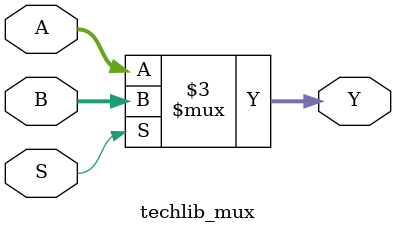
<source format=v>
module techlib_mux (A, B, S, Y);
parameter WIDTH = 0;
input [WIDTH-1:0] A, B;
input S;
output reg [WIDTH-1:0] Y;
always @* begin
	if (S)
		Y = B;
	else
		Y = A;
end
endmodule
</source>
